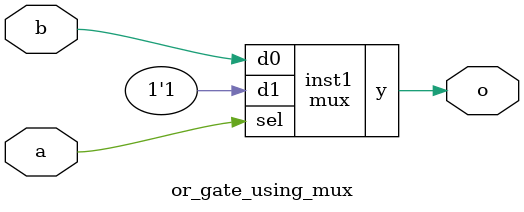
<source format=sv>

module mux
(
  input  d0, d1,
  input  sel,
  output y
);

  assign y = sel ? d1 : d0;

endmodule

//----------------------------------------------------------------------------
// Task
//----------------------------------------------------------------------------

module or_gate_using_mux
(
    input  a,
    input  b,
    output o
);

  // Task:

  // Implement or gate using instance(s) of mux,
  // constants 0 and 1, and wire connections

  mux inst1(
    .d0(b),
    .d1(1'b1),
    .sel(a),
    .y(o)
  );

endmodule

</source>
